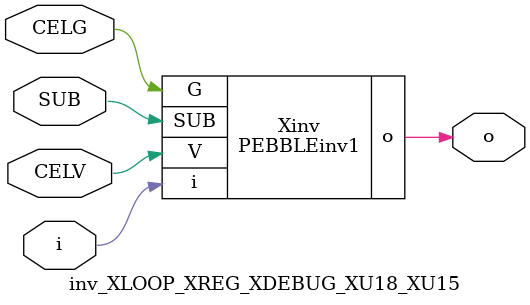
<source format=v>



module PEBBLEinv1 ( o, G, SUB, V, i );

  input V;
  input i;
  input G;
  output o;
  input SUB;
endmodule

//Celera Confidential Do Not Copy inv_XLOOP_XREG_XDEBUG_XU18_XU15
//Celera Confidential Symbol Generator
//5V Inverter
module inv_XLOOP_XREG_XDEBUG_XU18_XU15 (CELV,CELG,i,o,SUB);
input CELV;
input CELG;
input i;
input SUB;
output o;

//Celera Confidential Do Not Copy inv
PEBBLEinv1 Xinv(
.V (CELV),
.i (i),
.o (o),
.SUB (SUB),
.G (CELG)
);
//,diesize,PEBBLEinv1

//Celera Confidential Do Not Copy Module End
//Celera Schematic Generator
endmodule

</source>
